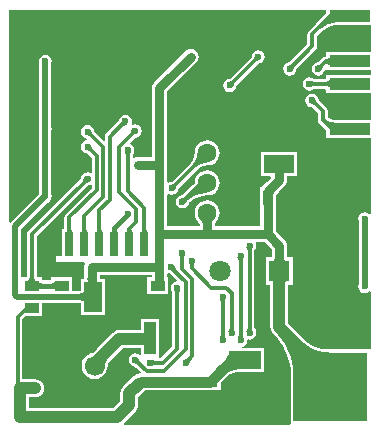
<source format=gbl>
G04*
G04 #@! TF.GenerationSoftware,Altium Limited,Altium Designer,22.2.1 (43)*
G04*
G04 Layer_Physical_Order=2*
G04 Layer_Color=15428901*
%FSTAX25Y25*%
%MOIN*%
G70*
G04*
G04 #@! TF.SameCoordinates,2F0A99F2-06B0-42B4-AD1F-80CD01153156*
G04*
G04*
G04 #@! TF.FilePolarity,Positive*
G04*
G01*
G75*
%ADD16C,0.01181*%
%ADD17R,0.03500X0.05000*%
%ADD19R,0.13780X0.04016*%
%ADD34C,0.01968*%
%ADD35C,0.01575*%
%ADD36C,0.06299*%
%ADD37C,0.03937*%
%ADD38R,0.06693X0.06693*%
%ADD39C,0.06693*%
%ADD40R,0.07087X0.07087*%
%ADD41C,0.07087*%
%ADD42C,0.02362*%
%ADD43C,0.03150*%
%ADD44C,0.03500*%
%ADD45R,0.07874X0.05906*%
%ADD46R,0.03150X0.07874*%
%ADD47R,0.07874X0.07874*%
%ADD48R,0.05000X0.03500*%
%ADD49R,0.06000X0.10000*%
%ADD50R,0.11000X0.06000*%
%ADD51R,0.24500X0.23000*%
%ADD52R,0.10000X0.06000*%
%ADD53O,0.03937X0.10630*%
%ADD54R,0.03937X0.10630*%
G36*
X010711Y0138404D02*
X0103876Y0135169D01*
X0103781Y0135091D01*
X0103781Y0135091D01*
X0103436Y013473D01*
X0101353Y0132647D01*
X0101002Y0132121D01*
X0100878Y01315D01*
Y0128172D01*
X0094924Y0122217D01*
X0094884Y0122201D01*
X0094149Y0122055D01*
X0093427Y0121572D01*
X0092945Y0120851D01*
X0092776Y012D01*
X0092945Y0119149D01*
X0093427Y0118428D01*
X0094149Y0117946D01*
X0095Y0117776D01*
X0095851Y0117946D01*
X0096573Y0118428D01*
X0097054Y0119149D01*
X0097201Y0119884D01*
X0097217Y0119924D01*
X0103647Y0126353D01*
X0103998Y0126879D01*
X0104122Y01275D01*
Y0130828D01*
X0106246Y0132952D01*
X010725Y0133723D01*
X0108633Y0134296D01*
X0110088Y0134487D01*
X0110118Y0134461D01*
Y0134461D01*
X0110275Y0134492D01*
X0122079D01*
Y0125508D01*
X010711D01*
Y0124609D01*
X0107Y0124128D01*
X0106548Y0124032D01*
X0106379Y0123998D01*
X0105853Y0123647D01*
X0104424Y0122217D01*
X0104384Y0122201D01*
X0103649Y0122055D01*
X0102927Y0121572D01*
X0102445Y0120851D01*
X0102276Y012D01*
X0102445Y0119149D01*
X0102927Y0118428D01*
X0103649Y0117946D01*
X01045Y0117776D01*
X0105351Y0117946D01*
X0106072Y0118428D01*
X0106554Y0119149D01*
X0106619Y0119472D01*
X010711Y0119492D01*
Y0119492D01*
X0122079D01*
Y0118008D01*
X010711D01*
Y0116966D01*
X0106696Y0116634D01*
X0106221Y0116622D01*
X0103014D01*
X0102974Y0116638D01*
X0102351Y0117054D01*
X01015Y0117224D01*
X0100649Y0117054D01*
X0099928Y0116572D01*
X0099445Y0115851D01*
X0099276Y0115D01*
X0099445Y0114149D01*
X0099928Y0113427D01*
X0100649Y0112945D01*
X01015Y0112776D01*
X0102351Y0112945D01*
X0102974Y0113362D01*
X0103014Y0113378D01*
X0106221D01*
X0106696Y0113366D01*
X010711Y0113034D01*
Y0111992D01*
X0122079D01*
Y0103008D01*
X0110472D01*
X0110076Y0103034D01*
X0110059Y0103038D01*
X0109992Y010304D01*
X0109508Y0103062D01*
X0108847Y0103149D01*
X0107927Y0103531D01*
X0107622Y0103765D01*
Y0106D01*
X0107498Y0106621D01*
X0107147Y0107147D01*
X0104602Y0109692D01*
X0104601Y0109694D01*
X010447Y0110351D01*
X0103988Y0111073D01*
X0103267Y0111555D01*
X0102416Y0111724D01*
X0101564Y0111555D01*
X0100843Y0111073D01*
X0100361Y0110351D01*
X0100192Y01095D01*
X0100361Y0108649D01*
X0100843Y0107928D01*
X0101564Y0107446D01*
X0102405Y0107278D01*
X0102407Y0107271D01*
X0102416Y0107268D01*
X0102776Y0106931D01*
X0104378Y0105328D01*
Y0103D01*
X0104502Y0102379D01*
X0104853Y0101853D01*
X0104853Y0101853D01*
X0104853Y0101853D01*
X0104851Y0101851D01*
X0104874Y0101833D01*
X0106757Y0099949D01*
X0106752Y0099944D01*
X01068Y0099906D01*
X010711Y0099596D01*
Y0096992D01*
X0122079D01*
Y0071714D01*
X0121579Y0071563D01*
X0121572Y0071573D01*
X0120851Y0072054D01*
X012Y0072224D01*
X0119149Y0072054D01*
X0118428Y0071573D01*
X0117946Y0070851D01*
X0117776Y007D01*
X0117946Y0069149D01*
X0117977Y0069102D01*
Y0048398D01*
X0117946Y0048351D01*
X0117776Y00475D01*
X0117946Y0046649D01*
X0118428Y0045928D01*
X0119149Y0045445D01*
X012Y0045276D01*
X0120851Y0045445D01*
X0121572Y0045928D01*
X0121579Y0045937D01*
X0122079Y0045786D01*
Y0026878D01*
X0121785Y00265D01*
X010798D01*
X0107785Y0026526D01*
Y0026526D01*
X0107775Y0026516D01*
X0106042Y0026653D01*
X0104341Y0027061D01*
X0102726Y002773D01*
X0101235Y0028644D01*
X0100002Y0029697D01*
X0099707Y0029992D01*
X009954Y0030183D01*
X0099528Y0030171D01*
X0094537Y0035162D01*
Y0048057D01*
X0096086D01*
Y0057143D01*
X0094605D01*
X0094153Y0057352D01*
X0094139Y0057831D01*
Y0061058D01*
X0094051Y006173D01*
X0093792Y0062356D01*
X0093379Y0062894D01*
X0090357Y0065916D01*
Y00735D01*
X009051D01*
Y0077581D01*
X0090532Y007775D01*
X0090532D01*
X0090532Y007775D01*
X0090644Y0078313D01*
X0090702Y0078399D01*
X0090964Y0078791D01*
X0091303Y007913D01*
X0093336Y0081164D01*
X0093749Y0081701D01*
X0094008Y0082328D01*
X0094097Y0083D01*
Y0084291D01*
X00975D01*
Y0092291D01*
X00855D01*
Y0084291D01*
X0088411D01*
X0088619Y0083791D01*
X0087291Y0082464D01*
X0087284Y0082471D01*
X008722Y0082392D01*
X0085924Y0081097D01*
X0085511Y0080559D01*
X0085487Y00805D01*
X008501D01*
Y00735D01*
X0085163D01*
Y0067597D01*
X0070097D01*
Y0068198D01*
X0070106D01*
X0070104Y0068211D01*
X0070193Y0068657D01*
X0070438Y0069024D01*
X007046Y0069041D01*
X0071125Y0069907D01*
X0071543Y0070917D01*
X0071685Y0072D01*
X0071543Y0073083D01*
X0071125Y0074093D01*
X007046Y0074959D01*
X0069593Y0075625D01*
X0068583Y0076043D01*
X00675Y0076185D01*
X0066417Y0076043D01*
X0065407Y0075625D01*
X006454Y0074959D01*
X0063875Y0074093D01*
X0063457Y0073083D01*
X0063315Y0072D01*
X0063457Y0070917D01*
X0063875Y0069907D01*
X006454Y0069041D01*
X0064562Y0069024D01*
X0064807Y0068657D01*
X0064896Y0068211D01*
X0064894Y0068198D01*
X0064903D01*
Y0067597D01*
X0054097D01*
Y0078047D01*
X0054597Y0078314D01*
X0054849Y0078145D01*
X00557Y0077976D01*
X0056551Y0078145D01*
X0057272Y0078628D01*
X0057754Y0079349D01*
X0057901Y0080084D01*
X0057917Y0080124D01*
X0064278Y0086485D01*
X0064283Y008648D01*
X0064324Y0086531D01*
X0064387Y0086594D01*
X0065212Y0087226D01*
X0066316Y0087684D01*
X0067405Y0087827D01*
X00675Y0087815D01*
X0068583Y0087957D01*
X0069593Y0088375D01*
X007046Y008904D01*
X0071125Y0089907D01*
X0071543Y0090917D01*
X0071685Y0092D01*
X0071543Y0093083D01*
X0071125Y0094093D01*
X007046Y0094959D01*
X0069593Y0095625D01*
X0068583Y0096043D01*
X00675Y0096185D01*
X0066417Y0096043D01*
X0065407Y0095625D01*
X006454Y0094959D01*
X0063875Y0094093D01*
X0063457Y0093083D01*
X0063315Y0092D01*
X0063327Y0091905D01*
X0063184Y0090816D01*
X0062726Y0089712D01*
X0062094Y0088887D01*
X0062031Y0088824D01*
X006198Y0088783D01*
X0061985Y0088778D01*
X0055624Y0082417D01*
X0055584Y0082401D01*
X0054849Y0082254D01*
X0054597Y0082086D01*
X0054097Y0082354D01*
Y0088D01*
Y0112424D01*
X0063836Y0122164D01*
X0064249Y0122702D01*
X0064508Y0123328D01*
X0064597Y0124D01*
X0064508Y0124672D01*
X0064249Y0125299D01*
X0063836Y0125836D01*
X0063298Y0126249D01*
X0062672Y0126508D01*
X0062Y0126597D01*
X0061328Y0126508D01*
X0060702Y0126249D01*
X0060164Y0125836D01*
X0049664Y0115336D01*
X0049251Y0114798D01*
X0048992Y0114172D01*
X0048903Y01135D01*
Y0090597D01*
X00443D01*
X0043628Y0090509D01*
X0043122Y0090299D01*
X0042622Y0090523D01*
Y0091286D01*
X0042638Y0091326D01*
X0043055Y0091949D01*
X0043224Y00928D01*
X0043055Y0093651D01*
X0042573Y0094372D01*
X0041913Y0094813D01*
X0041721Y0095282D01*
X0041711Y0095317D01*
X0043476Y0097083D01*
X0043516Y0097099D01*
X0044251Y0097246D01*
X0044973Y0097728D01*
X0045455Y0098449D01*
X0045624Y00993D01*
X0045455Y0100151D01*
X0044973Y0100873D01*
X0044251Y0101355D01*
X00434Y0101524D01*
X0042672Y0101379D01*
X0042507Y0101486D01*
X0042386Y0101607D01*
X0042279Y0101772D01*
X0042424Y01025D01*
X0042255Y0103351D01*
X0041772Y0104072D01*
X0041051Y0104554D01*
X00402Y0104724D01*
X0039349Y0104554D01*
X0038627Y0104072D01*
X0038145Y0103351D01*
X0037999Y0102616D01*
X0037983Y0102576D01*
X0033887Y0098481D01*
X0033536Y0097954D01*
X0033412Y0097334D01*
Y0096231D01*
X003295Y009604D01*
X0029816Y0099175D01*
X0029799Y0099214D01*
X0029653Y009995D01*
X0029171Y0100671D01*
X0028449Y0101153D01*
X0027598Y0101322D01*
X0026747Y0101153D01*
X0026026Y0100671D01*
X0025544Y009995D01*
X0025375Y0099098D01*
X0025544Y0098247D01*
X0026026Y0097526D01*
X0026747Y0097044D01*
X0027144Y0096965D01*
X0027263Y0096765D01*
X0027014Y0096206D01*
X0026747Y0096153D01*
X0026026Y0095671D01*
X0025544Y009495D01*
X0025375Y0094098D01*
X0025544Y0093247D01*
X0026026Y0092526D01*
X0026747Y0092044D01*
X0027483Y0091898D01*
X0027522Y0091881D01*
X002905Y0090354D01*
Y0085582D01*
X0028609Y0085346D01*
X0028449Y0085453D01*
X0027598Y0085622D01*
X0026747Y0085453D01*
X0026026Y0084971D01*
X0025544Y008425D01*
X0025398Y0083514D01*
X0025381Y0083475D01*
X0007854Y0065947D01*
X0007502Y0065421D01*
X0007379Y00648D01*
Y0051016D01*
X0007372Y005054D01*
X0006881Y005049D01*
X0005523D01*
Y0066662D01*
X0014296Y0075434D01*
X0014351Y0075445D01*
X0015073Y0075928D01*
X0015555Y0076649D01*
X0015724Y00775D01*
X0015555Y0078351D01*
X0015523Y0078398D01*
Y0099102D01*
X0015555Y0099149D01*
X0015724Y01D01*
X0015555Y0100851D01*
X0015523Y0100898D01*
Y0121602D01*
X0015555Y0121649D01*
X0015724Y01225D01*
X0015555Y0123351D01*
X0015073Y0124073D01*
X0014351Y0124555D01*
X00135Y0124724D01*
X0012649Y0124555D01*
X0011928Y0124073D01*
X0011445Y0123351D01*
X0011276Y01225D01*
X0011445Y0121649D01*
X0011477Y0121602D01*
Y0100898D01*
X0011445Y0100851D01*
X0011276Y01D01*
X0011445Y0099149D01*
X0011477Y0099102D01*
Y0078398D01*
X0011445Y0078351D01*
X0011434Y0078295D01*
X0002069Y0068931D01*
X0001921Y0068708D01*
X0001421Y006886D01*
Y0139579D01*
X010711D01*
Y0138404D01*
D02*
G37*
G36*
X002905Y0081215D02*
Y0080343D01*
X0020353Y0071647D01*
X0020002Y0071121D01*
X0019878Y00705D01*
Y0066537D01*
X0018925D01*
Y00575D01*
X0017D01*
Y00555D01*
X0026304D01*
X0026629Y0055D01*
X0026491Y0054667D01*
X0026403Y0053994D01*
Y0050618D01*
X0026391Y0050138D01*
X0025903Y0049994D01*
X0025291D01*
Y0046154D01*
X0025164Y0046102D01*
X0024526Y0046018D01*
X00225D01*
Y005049D01*
X00155D01*
Y0049563D01*
X00125D01*
Y005049D01*
X001112D01*
X0010629Y005054D01*
X0010622Y0051016D01*
Y0064129D01*
X0027675Y0081181D01*
X0027714Y0081198D01*
X0028449Y0081344D01*
X0028609Y008145D01*
X002905Y0081215D01*
D02*
G37*
G36*
X0054649Y0051946D02*
X0055125Y0051851D01*
X0057285Y0049691D01*
X005712Y0049148D01*
X0056649Y0049055D01*
X0055927Y0048572D01*
X0055445Y0047851D01*
X0055276Y0047D01*
X0055445Y0046149D01*
X0055862Y0045526D01*
X0055878Y0045486D01*
Y0027465D01*
X0052035Y0023622D01*
X005153D01*
X0051468Y0024096D01*
X0051468D01*
Y0029616D01*
X0051494Y0029811D01*
X0051468Y0030006D01*
Y0036726D01*
X0045531D01*
Y0032994D01*
X0038189D01*
X0037414Y0032892D01*
X0036692Y0032593D01*
X0036072Y0032117D01*
X0030809Y0026854D01*
X0030799Y0026864D01*
X0030706Y0026751D01*
X0029238Y0025284D01*
X0028865Y0025235D01*
X0027808Y0024797D01*
X00269Y00241D01*
X0026203Y0023192D01*
X0025765Y0022135D01*
X0025616Y0021D01*
X0025765Y0019865D01*
X0026203Y0018808D01*
X00269Y00179D01*
X0027808Y0017203D01*
X0028865Y0016765D01*
X003Y0016616D01*
X0031135Y0016765D01*
X0032192Y0017203D01*
X00331Y00179D01*
X0033797Y0018808D01*
X0034235Y0019865D01*
X0034384Y0021D01*
X0034371Y0021096D01*
X0034528Y0021884D01*
X0034763Y0022236D01*
X0035043Y002262D01*
X0035383Y0022959D01*
X0039429Y0027006D01*
X0045531D01*
Y0024785D01*
X0045233Y0024647D01*
X0045031Y00246D01*
X0044351Y0025055D01*
X00435Y0025224D01*
X0042649Y0025055D01*
X0041927Y0024573D01*
X0041445Y0023851D01*
X0041276Y0023D01*
X0041445Y0022149D01*
X0041927Y0021428D01*
X0042649Y0020945D01*
X0043482Y002078D01*
X0043484Y0020774D01*
X00435Y0020767D01*
X0043859Y0020427D01*
X0045315Y0018972D01*
X0045086Y0018493D01*
X0044522Y0018419D01*
X0043853Y0018142D01*
X0043416Y0017806D01*
X0043075Y0017665D01*
X0042455Y001719D01*
X0039383Y0014117D01*
X0038907Y0013497D01*
X0038608Y0012775D01*
X0038506Y0012D01*
Y000924D01*
X003616Y0006894D01*
X0008194D01*
Y0010506D01*
X00102D01*
X0010975Y0010608D01*
X0011697Y0010907D01*
X0012317Y0011383D01*
X0012793Y0012003D01*
X0013092Y0012725D01*
X0013194Y00135D01*
X0013092Y0014275D01*
X0012793Y0014997D01*
X0012317Y0015617D01*
X0011697Y0016093D01*
X0010975Y0016392D01*
X00102Y0016494D01*
X0005866D01*
Y0036573D01*
X0006804Y003751D01*
X00125D01*
Y0041971D01*
X0024526D01*
X0025164Y0041887D01*
X0025291Y0041835D01*
Y0037994D01*
X0033291D01*
Y0049994D01*
X0031618D01*
X0031597Y00501D01*
Y0051397D01*
X0048903D01*
Y0050484D01*
X0047499D01*
Y0044984D01*
X0054499D01*
Y0050484D01*
X0054097D01*
Y0051784D01*
X0054538Y005202D01*
X0054649Y0051946D01*
D02*
G37*
G36*
X0088946Y0059982D02*
Y0057831D01*
X0088932Y0057352D01*
X0088481Y0057143D01*
X0086999D01*
Y0048057D01*
X0088548D01*
Y0033922D01*
X008865Y0033147D01*
X008895Y0032425D01*
X0089425Y0031805D01*
X0089637Y0031593D01*
X0091209Y0029801D01*
X0092699Y0027571D01*
X0093885Y0025165D01*
X0094748Y0022625D01*
X0095271Y0019994D01*
X0095285Y0019774D01*
Y00015D01*
X0094818Y0001421D01*
X0039851D01*
X0039655Y0001921D01*
X0043617Y0005883D01*
X0044093Y0006503D01*
X0044392Y0007225D01*
X0044494Y0008D01*
Y001076D01*
X004669Y0012955D01*
X0046698Y0012966D01*
X00685D01*
X006868Y001299D01*
X0072D01*
Y0015317D01*
X0074219Y0017537D01*
X0075099Y0018212D01*
X007622Y0018676D01*
X0077409Y0018833D01*
X0077423Y0018821D01*
Y0018821D01*
X0077603Y0018845D01*
X0086423D01*
Y0026845D01*
X0078995D01*
X0078945Y0027345D01*
X0079451Y0027445D01*
X0080172Y0027928D01*
X0080655Y0028649D01*
X0080816Y0029461D01*
X0080824Y00295D01*
X0081265Y0029843D01*
X00816Y0029776D01*
X0082451Y0029945D01*
X0083173Y0030428D01*
X0083654Y0031149D01*
X0083824Y0032D01*
X0083654Y0032851D01*
X0083238Y0033474D01*
X0083222Y0033514D01*
Y0059486D01*
X0083238Y0059526D01*
X0083654Y0060149D01*
X0083824Y0061D01*
X0083654Y0061851D01*
X008358Y0061962D01*
X0083816Y0062403D01*
X0086524D01*
X0088946Y0059982D01*
D02*
G37*
%LPC*%
G36*
X00845Y0126224D02*
X0083649Y0126055D01*
X0082928Y0125573D01*
X0082446Y0124851D01*
X0082299Y0124116D01*
X0082283Y0124076D01*
X0074924Y0116717D01*
X0074884Y0116701D01*
X0074149Y0116554D01*
X0073427Y0116072D01*
X0072945Y0115351D01*
X0072776Y01145D01*
X0072945Y0113649D01*
X0073427Y0112927D01*
X0074149Y0112445D01*
X0075Y0112276D01*
X0075851Y0112445D01*
X0076573Y0112927D01*
X0077055Y0113649D01*
X0077201Y0114384D01*
X0077217Y0114424D01*
X0084576Y0121783D01*
X0084616Y0121799D01*
X0085351Y0121946D01*
X0086072Y0122427D01*
X0086554Y0123149D01*
X0086724Y0124D01*
X0086554Y0124851D01*
X0086072Y0125573D01*
X0085351Y0126055D01*
X00845Y0126224D01*
D02*
G37*
G36*
X00675Y0086185D02*
X0066417Y0086043D01*
X0065407Y0085625D01*
X006454Y008496D01*
X0063875Y0084093D01*
X0063457Y0083083D01*
X0063331Y0082124D01*
X0062619Y0081412D01*
X0062602Y0081398D01*
X0062603Y0081397D01*
X0060702Y0079495D01*
X0060575Y0079391D01*
X0060587Y007938D01*
X0059124Y0077917D01*
X0059084Y0077901D01*
X0058349Y0077754D01*
X0057627Y0077272D01*
X0057146Y0076551D01*
X0056976Y00757D01*
X0057146Y0074849D01*
X0057627Y0074128D01*
X0058349Y0073646D01*
X00592Y0073476D01*
X0060051Y0073646D01*
X0060773Y0074128D01*
X0061255Y0074849D01*
X006138Y007525D01*
X0061507Y0075437D01*
X0061482Y0075475D01*
X0061754Y0075656D01*
X0062019Y0076053D01*
X0062271Y007626D01*
X0063898Y0077129D01*
X0065664Y0077665D01*
X0067365Y0077832D01*
X00675Y0077815D01*
X0068583Y0077957D01*
X0069593Y0078375D01*
X007046Y007904D01*
X0071125Y0079907D01*
X0071543Y0080917D01*
X0071685Y0082D01*
X0071543Y0083083D01*
X0071125Y0084093D01*
X007046Y008496D01*
X0069593Y0085625D01*
X0068583Y0086043D01*
X00675Y0086185D01*
D02*
G37*
%LPD*%
D16*
X0073018Y0043682D02*
G03*
X00726Y0042674I0001008J-0001008D01*
G01*
D02*
G03*
X0072182Y0043682I-0001426J0D01*
G01*
X00402Y0101909D02*
G03*
X0039192Y0101492I0J-0001426D01*
G01*
D02*
G03*
X0039609Y01025I-0001008J0001008D01*
G01*
X0027598Y0082808D02*
G03*
X002659Y008239I0J-0001426D01*
G01*
D02*
G03*
X0027008Y0083398I-0001008J0001008D01*
G01*
X00557Y0080791D02*
G03*
X0056708Y0081208I0J0001426D01*
G01*
D02*
G03*
X0056291Y00802I0001008J-0001008D01*
G01*
X00434Y0098709D02*
G03*
X0042392Y0098292I0J-0001426D01*
G01*
D02*
G03*
X0042809Y00993I-0001008J0001008D01*
G01*
X0041418Y0092382D02*
G03*
X0041Y0091374I0001008J-0001008D01*
G01*
D02*
G03*
X0040582Y0092382I-0001426J0D01*
G01*
X0060269Y0022591D02*
G03*
X0061277Y0023008I0J0001426D01*
G01*
D02*
G03*
X006086Y0022I0001008J-0001008D01*
G01*
X0057918Y0046582D02*
G03*
X00575Y0045574I0001008J-0001008D01*
G01*
D02*
G03*
X0057082Y0046582I-0001426J0D01*
G01*
X005609Y0054D02*
G03*
X0056671Y0052598I0001983J0D01*
G01*
X0095Y0120591D02*
G03*
X0096008Y0121008I0J0001426D01*
G01*
D02*
G03*
X0095591Y012I0001008J-0001008D01*
G01*
X01045Y0120591D02*
G03*
X0105508Y0121008I0J0001426D01*
G01*
D02*
G03*
X0105091Y012I0001008J-0001008D01*
G01*
X0103006Y01095D02*
G03*
X0103364Y0108636I0001222J0D01*
G01*
X0103568Y0108432D02*
G03*
X0102416Y0108909I-0001152J-0001152D01*
G01*
X0062718Y0055682D02*
G03*
X00623Y0054674I0001008J-0001008D01*
G01*
D02*
G03*
X0061882Y0055682I-0001426J0D01*
G01*
X0079018Y0057082D02*
G03*
X00786Y0056074I0001008J-0001008D01*
G01*
D02*
G03*
X0078182Y0057082I-0001426J0D01*
G01*
X0028189Y0094098D02*
G03*
X0028607Y009309I0001426J0D01*
G01*
D02*
G03*
X0027598Y0093508I-0001008J-0001008D01*
G01*
X0028189Y0099098D02*
G03*
X0028607Y009809I0001426J0D01*
G01*
D02*
G03*
X0027598Y0098508I-0001008J-0001008D01*
G01*
X0075Y0115091D02*
G03*
X0076008Y0115508I0J0001426D01*
G01*
D02*
G03*
X007559Y01145I0001008J-0001008D01*
G01*
X00845Y0123409D02*
G03*
X0083492Y0122992I0J-0001426D01*
G01*
D02*
G03*
X0083909Y0124I-0001008J0001008D01*
G01*
X00592Y0076291D02*
G03*
X0060208Y0076708I0J0001426D01*
G01*
D02*
G03*
X005979Y00757I0001008J-0001008D01*
G01*
X0060608Y0076803D02*
G03*
X0059778Y0075581I0001061J-0001612D01*
G01*
X0044091Y0023D02*
G03*
X0044451Y0022129I0001232J0D01*
G01*
X0044645Y0021935D02*
G03*
X00435Y002241I-0001145J-0001145D01*
G01*
X0048918Y0022418D02*
G03*
X0049926Y0022I0001008J0001008D01*
G01*
D02*
G03*
X0048918Y0021582I0J-0001426D01*
G01*
X0059567Y0058282D02*
G03*
X005915Y0057274I0001008J-0001008D01*
G01*
D02*
G03*
X0058732Y0058282I-0001426J0D01*
G01*
X0101918Y0115418D02*
G03*
X0102926Y0115I0001008J0001008D01*
G01*
D02*
G03*
X0101918Y0114582I0J-0001426D01*
G01*
X0082018Y0060582D02*
G03*
X00816Y0059574I0001008J-0001008D01*
G01*
D02*
G03*
X0081182Y0060582I-0001426J0D01*
G01*
X0075182Y0032418D02*
G03*
X00756Y0033426I-0001008J0001008D01*
G01*
D02*
G03*
X0076018Y0032418I0001426J0D01*
G01*
X0081182D02*
G03*
X00816Y0033426I-0001008J0001008D01*
G01*
D02*
G03*
X0082018Y0032418I0001426J0D01*
G01*
X0078182Y0029918D02*
G03*
X00786Y0030926I-0001008J0001008D01*
G01*
D02*
G03*
X0079018Y0029918I0001426J0D01*
G01*
X0072182D02*
G03*
X00726Y0030926I-0001008J0001008D01*
G01*
D02*
G03*
X0073018Y0029918I0001426J0D01*
G01*
X0045804Y0064658D02*
G03*
X00465Y0066338I-000168J000168D01*
G01*
D02*
G03*
X0047196Y0064658I0002376J0D01*
G01*
X0040804D02*
G03*
X00415Y0066338I-000168J000168D01*
G01*
D02*
G03*
X0042196Y0064658I0002376J0D01*
G01*
X0030804D02*
G03*
X00315Y0066338I-000168J000168D01*
G01*
D02*
G03*
X0032196Y0064658I0002376J0D01*
G01*
X0025804D02*
G03*
X00265Y0066338I-000168J000168D01*
G01*
D02*
G03*
X0027196Y0064658I0002376J0D01*
G01*
X0020804D02*
G03*
X00215Y0066338I-000168J000168D01*
G01*
D02*
G03*
X0022196Y0064658I0002376J0D01*
G01*
X0110118Y0137264D02*
G03*
X0106953Y0135953I0J-0004477D01*
G01*
X0110118Y0136083D02*
G03*
X0104936Y0133936I0J-0007328D01*
G01*
X010905Y0121568D02*
G03*
X0107Y01225I-000205J-0001789D01*
G01*
D02*
G03*
X010905Y0123432I0J0002721D01*
G01*
X0109116Y0113998D02*
G03*
X0106696Y0115I-000242J-000242D01*
G01*
D02*
G03*
X0109116Y0116002I0J0003422D01*
G01*
X0107904Y0101096D02*
G03*
X0110108Y0100236I0002083J0002083D01*
G01*
X0106Y0103D02*
G03*
X0110059Y0101416I0003835J0003835D01*
G01*
X000818Y004856D02*
G03*
X0009Y005054I-0001979J0001979D01*
G01*
D02*
G03*
X000982Y004856I0002799J0D01*
G01*
X00675Y0081803D02*
G03*
X006375Y008025I0J-0005304D01*
G01*
X00675Y0080622D02*
G03*
X0061734Y0078233I0J-0008155D01*
G01*
X00675Y0079441D02*
G03*
X0059717Y0076217I0J-0011006D01*
G01*
X00675Y0090622D02*
G03*
X0065148Y0089648I0J-0003327D01*
G01*
X00675Y0089441D02*
G03*
X0063131Y0087631I0J-0006178D01*
G01*
X0065148Y0089648D02*
G03*
X0066122Y0092I-0002352J0002352D01*
G01*
X0063131Y0087631D02*
G03*
X0064941Y0092I-0004369J0004369D01*
G01*
X00726Y00295D02*
Y00441D01*
X0106Y0103D02*
Y0106D01*
X01025Y01095D02*
X0106Y0106D01*
Y0103D02*
X0109Y01D01*
X0075Y01145D02*
X00845Y0124D01*
X0009Y0047741D02*
Y00648D01*
X00315Y00616D02*
Y0072916D01*
X0018999Y0047741D02*
X0019Y004774D01*
X01025Y01275D02*
Y01315D01*
X01085Y01375D01*
X0095Y012D02*
X01025Y01275D01*
X0109Y01D02*
X0115D01*
X010145Y0115D02*
X0115D01*
X01085Y01375D02*
X0115D01*
X00816Y0032D02*
Y0061D01*
X00623Y00535D02*
Y00561D01*
X005915Y0053204D02*
Y00587D01*
X00485Y0022D02*
X0052706D01*
X00435Y002308D02*
X0047352Y0019228D01*
X0053019D01*
X00215Y00616D02*
Y00705D01*
X00265Y00616D02*
Y0071D01*
X00381Y0079015D02*
Y0094D01*
X00435Y00994D01*
X0041Y00792D02*
Y00928D01*
X00415Y00616D02*
Y00665D01*
X0009Y00648D02*
X0027598Y0083398D01*
X00215Y00705D02*
X0030672Y0079672D01*
Y0091025D01*
X0027598Y0094098D02*
X0030672Y0091025D01*
X0027598Y0099098D02*
X0032853Y0093844D01*
Y0077353D02*
Y0093844D01*
X00265Y0071D02*
X0032853Y0077353D01*
X00315Y0072916D02*
X0035034Y0076449D01*
Y0087051D01*
Y0097334D01*
X00402Y01025D01*
X00415Y00665D02*
X00439Y00689D01*
Y0073216D01*
X00381Y0079015D02*
X00439Y0073216D01*
X00465Y00616D02*
Y00737D01*
X0041Y00792D02*
X00465Y00737D01*
X00655Y0082D02*
X00675D01*
X00592Y00757D02*
X00655Y0082D01*
X00557Y00802D02*
X00675Y0092D01*
X00786Y00295D02*
Y00575D01*
X00739Y0047D02*
X00756Y00453D01*
Y0032D02*
Y00453D01*
X00623Y00535D02*
X00688Y0047D01*
X00739D01*
X0052706Y0022D02*
X00575Y0026794D01*
Y0047D01*
X0060269Y0022D02*
X00625Y0024231D01*
Y0049854D01*
X005915Y0053204D02*
X00625Y0049854D01*
X0053019Y0019228D02*
X0060319Y0026528D01*
Y004895D01*
X00555Y0053769D02*
X0060319Y004895D01*
X01045Y012D02*
X0107Y01225D01*
X0115D01*
X0004244Y0014456D02*
X00052Y00135D01*
X0004244Y0014456D02*
Y0037244D01*
X000726Y004026D01*
X0009D01*
D17*
X008776Y0077D02*
D03*
X009524D02*
D03*
D19*
X0115Y01D02*
D03*
Y01075D02*
D03*
Y0115D02*
D03*
Y01225D02*
D03*
Y013D02*
D03*
Y01375D02*
D03*
D34*
X0027866Y0042569D02*
G03*
X0024425Y0043994I-0003441J-0003441D01*
G01*
D02*
G03*
X0027866Y004542I0J0004866D01*
G01*
X00035Y00447D02*
Y00475D01*
Y00447D02*
X0004206Y0043994D01*
X0026494D01*
X00035Y00475D02*
Y00675D01*
X00135Y00775D01*
X012Y00475D02*
Y007D01*
X00135Y00775D02*
Y01D01*
Y01225D01*
D35*
X0035943Y0064519D02*
G03*
X00365Y0065863I-0001344J0001344D01*
G01*
D02*
G03*
X0037057Y0064519I0001901J0D01*
G01*
X0010431Y0048421D02*
G03*
X0012074Y0047741I0001643J0001643D01*
G01*
D02*
G03*
X0010431Y004706I0J-0002324D01*
G01*
X0017569Y0047059D02*
G03*
X0015924Y0047741I-0001645J-0001645D01*
G01*
X0015927D02*
G03*
X0017569Y0048421I0J0002322D01*
G01*
X0009Y0047741D02*
X0018999D01*
X00365Y00616D02*
Y0067D01*
X0041Y00715D01*
D36*
X00675Y0102D02*
D03*
Y0092D02*
D03*
Y0082D02*
D03*
Y0072D02*
D03*
D37*
X0102219Y0014562D02*
G03*
X0097411Y0028054I-0016622J0001679D01*
G01*
X0098302Y0014958D02*
G03*
X0091544Y0033921I-0023362J0002359D01*
G01*
X0097795Y002767D02*
G03*
X0107785Y0023531I0009991J0009991D01*
G01*
X0092656Y0051486D02*
G03*
X0091543Y0048798I0002688J-0002688D01*
G01*
D02*
G03*
X0090429Y0051486I-0003802J0D01*
G01*
X0032926Y0024737D02*
G03*
X0031378Y0021I0003737J-0003737D01*
G01*
X003D02*
Y0021811D01*
X0038189Y003D01*
X0048311D01*
X00485Y0029811D01*
X0091543Y0033922D02*
Y00526D01*
Y0033922D02*
X0108535Y0016929D01*
Y0014D02*
Y0016929D01*
X00052Y00039D02*
X00374D01*
X00415Y0008D01*
Y0012D01*
X0044572Y0015072D01*
X0075605Y0022845D02*
X0079923D01*
X00052Y00039D02*
Y00135D01*
X00102D01*
D38*
X003Y0011D02*
D03*
D39*
Y0021D02*
D03*
D40*
X0091543Y00526D02*
D03*
D41*
X0071858D02*
D03*
D42*
X00675Y0101D02*
D03*
X00985Y0133D02*
D03*
X00935Y0128D02*
D03*
X00835Y0113D02*
D03*
X00785Y0108D02*
D03*
X00585Y0098D02*
D03*
Y0088D02*
D03*
X00935Y0068D02*
D03*
X00985D02*
D03*
Y0058D02*
D03*
X0091Y0023D02*
D03*
X00985Y00355D02*
D03*
X01185Y0028D02*
D03*
X0066Y0003D02*
D03*
X00535Y00305D02*
D03*
X00185Y0028D02*
D03*
X00285Y0033D02*
D03*
X00235Y0053D02*
D03*
X0035Y00495D02*
D03*
X00215Y00155D02*
D03*
X00405Y00355D02*
D03*
X0005Y009D02*
D03*
Y0095D02*
D03*
X00185Y0115D02*
D03*
X00735Y0123D02*
D03*
X0038Y01155D02*
D03*
X00345Y0119D02*
D03*
X0103Y00985D02*
D03*
X0104Y00855D02*
D03*
Y0074D02*
D03*
X0086Y00345D02*
D03*
X00365Y00165D02*
D03*
X0024Y00475D02*
D03*
X00235Y01355D02*
D03*
X0025Y01305D02*
D03*
X00785Y0123D02*
D03*
X01075Y01275D02*
D03*
X0114Y0095D02*
D03*
Y00845D02*
D03*
X00985Y00945D02*
D03*
X0106Y0028D02*
D03*
X00895Y00275D02*
D03*
X0062Y0008D02*
D03*
X0103Y01035D02*
D03*
X01058Y0111D02*
D03*
X00726Y00295D02*
D03*
X00786D02*
D03*
X00816Y0032D02*
D03*
X00756D02*
D03*
X00816Y0061D02*
D03*
X01015Y0115D02*
D03*
X0062Y0124D02*
D03*
X005915Y00587D02*
D03*
X00485Y0022D02*
D03*
X00435Y0023D02*
D03*
X00592Y00757D02*
D03*
X00443Y0088D02*
D03*
X00845Y0124D02*
D03*
X0075Y01145D02*
D03*
X012Y00475D02*
D03*
Y007D02*
D03*
X0027598Y0099098D02*
D03*
Y0094098D02*
D03*
X00786Y00575D02*
D03*
X00623Y00561D02*
D03*
X00102Y00135D02*
D03*
X00052D02*
D03*
X00035Y00475D02*
D03*
X0102416Y01095D02*
D03*
X00135Y00775D02*
D03*
Y01D02*
D03*
Y01225D02*
D03*
X01045Y012D02*
D03*
X0095D02*
D03*
X00555Y0054D02*
D03*
X00575Y0047D02*
D03*
X0060269Y0022D02*
D03*
X0041Y00928D02*
D03*
X00434Y00993D02*
D03*
X0041Y00715D02*
D03*
X00557Y00802D02*
D03*
X0027598Y0083398D02*
D03*
X00402Y01025D02*
D03*
X00726Y00441D02*
D03*
D43*
X0054005Y0065D02*
G03*
X00515Y0063962I0J-0003543D01*
G01*
X0092508Y0087284D02*
G03*
X00915Y0084851I0002433J-0002433D01*
G01*
D02*
G03*
X0090492Y0087284I-0003441J0D01*
G01*
X0089127Y0080627D02*
G03*
X0087935Y007775I0002878J-0002878D01*
G01*
X0068613Y0070886D02*
G03*
X00675Y0068198I0002688J-0002688D01*
G01*
D02*
G03*
X0066386Y0070886I-0003802J0D01*
G01*
X0029Y0050138D02*
G03*
X0030299Y0047002I0004435J0D01*
G01*
X0090151Y0053992D02*
G03*
X0091543Y0057352I-000336J000336D01*
G01*
D02*
G03*
X0092935Y0053992I0004752J0D01*
G01*
X0091543Y00526D02*
Y0061058D01*
X0050999Y0047734D02*
X00515Y0048235D01*
Y0053994D01*
Y00616D01*
X0029Y0053994D02*
X00515D01*
X0029Y0044286D02*
Y0053994D01*
Y0044286D02*
X0029291Y0043994D01*
X00876Y0065D02*
X0091543Y0061058D01*
X00876Y0065D02*
X008776Y006516D01*
Y007926D02*
X00915Y0083D01*
Y0085291D01*
X00515Y00616D02*
Y0065D01*
Y0088D01*
X00675Y0065D02*
X00876D01*
X00675D02*
Y0072D01*
X00515Y0065D02*
X00675D01*
X008776Y006516D02*
Y0077D01*
Y007926D01*
X00515Y01135D02*
X0062Y0124D01*
X00515Y0088D02*
Y01135D01*
X00443Y0088D02*
X00515D01*
D44*
X0077423Y0021595D02*
G03*
X0072185Y0019425I0J-0007407D01*
G01*
X00685Y001574D02*
X0075605Y0022845D01*
X004524Y001574D02*
X00685D01*
X0044572Y0015072D02*
X004524Y001574D01*
D45*
X0062512Y0112758D02*
D03*
X0005425D02*
D03*
D46*
X00515Y00616D02*
D03*
X00465D02*
D03*
X00415D02*
D03*
X00365D02*
D03*
X00315D02*
D03*
X00265D02*
D03*
X00215D02*
D03*
X00165D02*
D03*
D47*
X0053469Y0135616D02*
D03*
X0014098D02*
D03*
D48*
X00685Y001574D02*
D03*
Y0008259D02*
D03*
X0050999Y0047734D02*
D03*
Y0040254D02*
D03*
X0019Y004774D02*
D03*
Y004026D02*
D03*
X0009Y004026D02*
D03*
Y0047741D02*
D03*
D49*
X0029291Y0043994D02*
D03*
X0040708D02*
D03*
D50*
X0080023Y0005045D02*
D03*
X0079923Y0022845D02*
D03*
D51*
X0108535Y0014D02*
D03*
D52*
X00915Y0088291D02*
D03*
Y0099709D02*
D03*
D53*
X00485Y0006789D02*
D03*
D54*
Y0030411D02*
D03*
M02*

</source>
